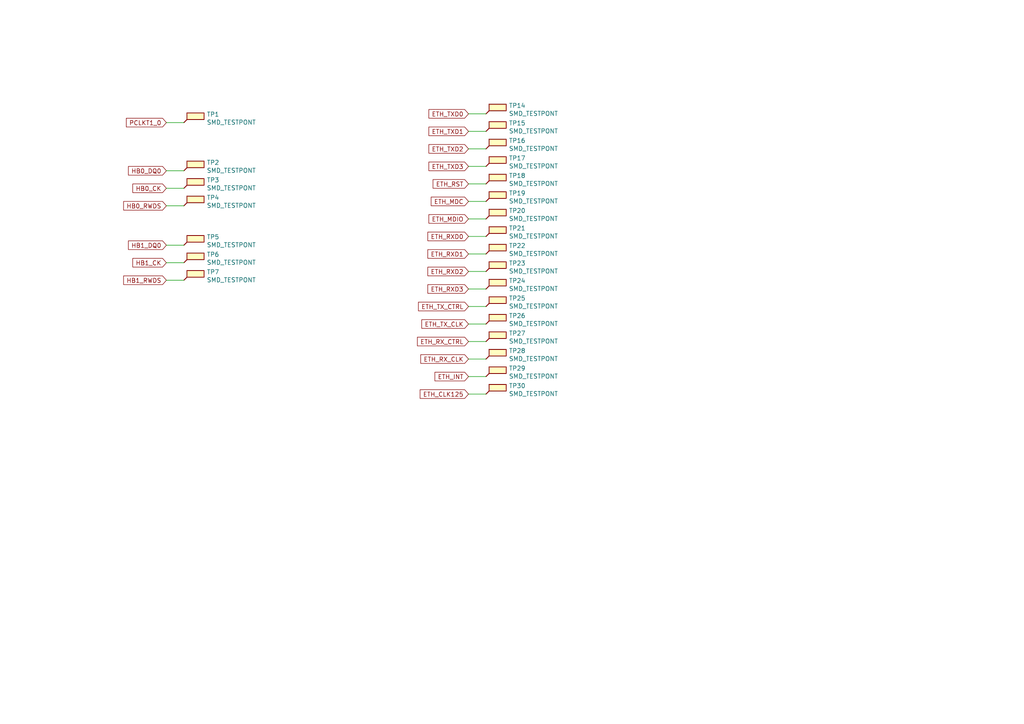
<source format=kicad_sch>
(kicad_sch (version 20200512) (host eeschema "5.99.0-unknown-c8476d6~101~ubuntu18.04.1")
  (page 1 20)
  (paper "A4")
  (title_block (title "ButterStick") (date "2019-06-14") (rev "r0.2") (company "GsD"))
  (lib_symbols
    (symbol "Connector:TestPoint_Flag" (pin_numbers hide) (pin_names (offset 0.762) hide)
      (property "Reference" "TP" (at 3.429 1.778 0))
      (property "Value" "TestPoint_Flag" (at 3.302 4.191 0))
      (symbol "TestPoint_Flag_0_1"
        (rectangle (start 0.889 2.794) (end 5.842 0.889) (stroke (width 0.254)) (fill (type background)))
        (polyline (pts (xy 0 0) (xy 0.889 0.889)) (stroke (width 0.254)))
      )
      (symbol "TestPoint_Flag_1_1"
        (pin passive line (at 0 0 90) (length 0) (name "1") (number "1"))
      )
    )
  )
  (wire (pts (xy 48.26 35.56) (xy 53.34 35.56)))
  (wire (pts (xy 48.26 49.53) (xy 53.34 49.53)))
  (wire (pts (xy 48.26 54.61) (xy 53.34 54.61)))
  (wire (pts (xy 48.26 59.69) (xy 53.34 59.69)))
  (wire (pts (xy 48.26 71.12) (xy 53.34 71.12)))
  (wire (pts (xy 48.26 76.2) (xy 53.34 76.2)))
  (wire (pts (xy 48.26 81.28) (xy 53.34 81.28)))
  (wire (pts (xy 135.89 33.02) (xy 140.97 33.02)))
  (wire (pts (xy 135.89 38.1) (xy 140.97 38.1)))
  (wire (pts (xy 135.89 43.18) (xy 140.97 43.18)))
  (wire (pts (xy 135.89 48.26) (xy 140.97 48.26)))
  (wire (pts (xy 135.89 53.34) (xy 140.97 53.34)))
  (wire (pts (xy 135.89 58.42) (xy 140.97 58.42)))
  (wire (pts (xy 135.89 63.5) (xy 140.97 63.5)))
  (wire (pts (xy 135.89 68.58) (xy 140.97 68.58)))
  (wire (pts (xy 135.89 73.66) (xy 140.97 73.66)))
  (wire (pts (xy 135.89 78.74) (xy 140.97 78.74)))
  (wire (pts (xy 135.89 83.82) (xy 140.97 83.82)))
  (wire (pts (xy 135.89 88.9) (xy 140.97 88.9)))
  (wire (pts (xy 135.89 93.98) (xy 140.97 93.98)))
  (wire (pts (xy 135.89 99.06) (xy 140.97 99.06)))
  (wire (pts (xy 135.89 104.14) (xy 140.97 104.14)))
  (wire (pts (xy 135.89 109.22) (xy 140.97 109.22)))
  (wire (pts (xy 135.89 114.3) (xy 140.97 114.3)))
  (global_label "PCLKT1_0" (shape input) (at 48.26 35.56 180))
  (global_label "HB0_DQ0" (shape input) (at 48.26 49.53 180))
  (global_label "HB0_CK" (shape input) (at 48.26 54.61 180))
  (global_label "HB0_RWDS" (shape input) (at 48.26 59.69 180))
  (global_label "HB1_DQ0" (shape input) (at 48.26 71.12 180))
  (global_label "HB1_CK" (shape input) (at 48.26 76.2 180))
  (global_label "HB1_RWDS" (shape input) (at 48.26 81.28 180))
  (global_label "ETH_TXD0" (shape input) (at 135.89 33.02 180))
  (global_label "ETH_TXD1" (shape input) (at 135.89 38.1 180))
  (global_label "ETH_TXD2" (shape input) (at 135.89 43.18 180))
  (global_label "ETH_TXD3" (shape input) (at 135.89 48.26 180))
  (global_label "ETH_RST" (shape input) (at 135.89 53.34 180))
  (global_label "ETH_MDC" (shape input) (at 135.89 58.42 180))
  (global_label "ETH_MDIO" (shape input) (at 135.89 63.5 180))
  (global_label "ETH_RXD0" (shape input) (at 135.89 68.58 180))
  (global_label "ETH_RXD1" (shape input) (at 135.89 73.66 180))
  (global_label "ETH_RXD2" (shape input) (at 135.89 78.74 180))
  (global_label "ETH_RXD3" (shape input) (at 135.89 83.82 180))
  (global_label "ETH_TX_CTRL" (shape input) (at 135.89 88.9 180))
  (global_label "ETH_TX_CLK" (shape input) (at 135.89 93.98 180))
  (global_label "ETH_RX_CTRL" (shape input) (at 135.89 99.06 180))
  (global_label "ETH_RX_CLK" (shape input) (at 135.89 104.14 180))
  (global_label "ETH_INT" (shape input) (at 135.89 109.22 180))
  (global_label "ETH_CLK125" (shape input) (at 135.89 114.3 180))
  (symbol (lib_id "Connector:TestPoint_Flag") (at 53.34 35.56 0) (unit 1)
    (property "Reference" "TP1" (at 59.944 33.1724 0) (effects (justify left)))
    (property "Value" "SMD_TESTPONT" (at 59.944 35.4838 0) (effects (justify left)))
    (property "Footprint" "TestPoint:TestPoint_Pad_D1.0mm" (effects hide))
    (property "PN" "DNP" (effects hide))
  )
  (symbol (lib_id "Connector:TestPoint_Flag") (at 53.34 49.53 0) (unit 1)
    (property "Reference" "TP2" (at 59.944 47.1424 0) (effects (justify left)))
    (property "Value" "SMD_TESTPONT" (at 59.944 49.4538 0) (effects (justify left)))
    (property "Footprint" "TestPoint:TestPoint_Pad_D1.0mm" (effects hide))
    (property "PN" "DNP" (effects hide))
  )
  (symbol (lib_id "Connector:TestPoint_Flag") (at 53.34 54.61 0) (unit 1)
    (property "Reference" "TP3" (at 59.944 52.2224 0) (effects (justify left)))
    (property "Value" "SMD_TESTPONT" (at 59.944 54.5338 0) (effects (justify left)))
    (property "Footprint" "TestPoint:TestPoint_Pad_D1.0mm" (effects hide))
    (property "PN" "DNP" (effects hide))
  )
  (symbol (lib_id "Connector:TestPoint_Flag") (at 53.34 59.69 0) (unit 1)
    (property "Reference" "TP4" (at 59.944 57.3024 0) (effects (justify left)))
    (property "Value" "SMD_TESTPONT" (at 59.944 59.6138 0) (effects (justify left)))
    (property "Footprint" "TestPoint:TestPoint_Pad_D1.0mm" (effects hide))
    (property "PN" "DNP" (effects hide))
  )
  (symbol (lib_id "Connector:TestPoint_Flag") (at 53.34 71.12 0) (unit 1)
    (property "Reference" "TP5" (at 59.944 68.7324 0) (effects (justify left)))
    (property "Value" "SMD_TESTPONT" (at 59.944 71.0438 0) (effects (justify left)))
    (property "Footprint" "TestPoint:TestPoint_Pad_D1.0mm" (effects hide))
    (property "PN" "DNP" (effects hide))
  )
  (symbol (lib_id "Connector:TestPoint_Flag") (at 53.34 76.2 0) (unit 1)
    (property "Reference" "TP6" (at 59.944 73.8124 0) (effects (justify left)))
    (property "Value" "SMD_TESTPONT" (at 59.944 76.1238 0) (effects (justify left)))
    (property "Footprint" "TestPoint:TestPoint_Pad_D1.0mm" (effects hide))
    (property "PN" "DNP" (effects hide))
  )
  (symbol (lib_id "Connector:TestPoint_Flag") (at 53.34 81.28 0) (unit 1)
    (property "Reference" "TP7" (at 59.944 78.8924 0) (effects (justify left)))
    (property "Value" "SMD_TESTPONT" (at 59.944 81.2038 0) (effects (justify left)))
    (property "Footprint" "TestPoint:TestPoint_Pad_D1.0mm" (effects hide))
    (property "PN" "DNP" (effects hide))
  )
  (symbol (lib_id "Connector:TestPoint_Flag") (at 140.97 33.02 0) (unit 1)
    (property "Reference" "TP14" (at 147.574 30.6324 0) (effects (justify left)))
    (property "Value" "SMD_TESTPONT" (at 147.574 32.9438 0) (effects (justify left)))
    (property "Footprint" "TestPoint:TestPoint_Pad_D1.0mm" (effects hide))
    (property "PN" "DNP" (effects hide))
  )
  (symbol (lib_id "Connector:TestPoint_Flag") (at 140.97 38.1 0) (unit 1)
    (property "Reference" "TP15" (at 147.574 35.7124 0) (effects (justify left)))
    (property "Value" "SMD_TESTPONT" (at 147.574 38.0238 0) (effects (justify left)))
    (property "Footprint" "TestPoint:TestPoint_Pad_D1.0mm" (effects hide))
    (property "PN" "DNP" (effects hide))
  )
  (symbol (lib_id "Connector:TestPoint_Flag") (at 140.97 43.18 0) (unit 1)
    (property "Reference" "TP16" (at 147.574 40.7924 0) (effects (justify left)))
    (property "Value" "SMD_TESTPONT" (at 147.574 43.1038 0) (effects (justify left)))
    (property "Footprint" "TestPoint:TestPoint_Pad_D1.0mm" (effects hide))
    (property "PN" "DNP" (effects hide))
  )
  (symbol (lib_id "Connector:TestPoint_Flag") (at 140.97 48.26 0) (unit 1)
    (property "Reference" "TP17" (at 147.574 45.8724 0) (effects (justify left)))
    (property "Value" "SMD_TESTPONT" (at 147.574 48.1838 0) (effects (justify left)))
    (property "Footprint" "TestPoint:TestPoint_Pad_D1.0mm" (effects hide))
    (property "PN" "DNP" (effects hide))
  )
  (symbol (lib_id "Connector:TestPoint_Flag") (at 140.97 53.34 0) (unit 1)
    (property "Reference" "TP18" (at 147.574 50.9524 0) (effects (justify left)))
    (property "Value" "SMD_TESTPONT" (at 147.574 53.2638 0) (effects (justify left)))
    (property "Footprint" "TestPoint:TestPoint_Pad_D1.0mm" (effects hide))
    (property "PN" "DNP" (effects hide))
  )
  (symbol (lib_id "Connector:TestPoint_Flag") (at 140.97 58.42 0) (unit 1)
    (property "Reference" "TP19" (at 147.574 56.0324 0) (effects (justify left)))
    (property "Value" "SMD_TESTPONT" (at 147.574 58.3438 0) (effects (justify left)))
    (property "Footprint" "TestPoint:TestPoint_Pad_D1.0mm" (effects hide))
    (property "PN" "DNP" (effects hide))
  )
  (symbol (lib_id "Connector:TestPoint_Flag") (at 140.97 63.5 0) (unit 1)
    (property "Reference" "TP20" (at 147.574 61.1124 0) (effects (justify left)))
    (property "Value" "SMD_TESTPONT" (at 147.574 63.4238 0) (effects (justify left)))
    (property "Footprint" "TestPoint:TestPoint_Pad_D1.0mm" (effects hide))
    (property "PN" "DNP" (effects hide))
  )
  (symbol (lib_id "Connector:TestPoint_Flag") (at 140.97 68.58 0) (unit 1)
    (property "Reference" "TP21" (at 147.574 66.1924 0) (effects (justify left)))
    (property "Value" "SMD_TESTPONT" (at 147.574 68.5038 0) (effects (justify left)))
    (property "Footprint" "TestPoint:TestPoint_Pad_D1.0mm" (effects hide))
    (property "PN" "DNP" (effects hide))
  )
  (symbol (lib_id "Connector:TestPoint_Flag") (at 140.97 73.66 0) (unit 1)
    (property "Reference" "TP22" (at 147.574 71.2724 0) (effects (justify left)))
    (property "Value" "SMD_TESTPONT" (at 147.574 73.5838 0) (effects (justify left)))
    (property "Footprint" "TestPoint:TestPoint_Pad_D1.0mm" (effects hide))
    (property "PN" "DNP" (effects hide))
  )
  (symbol (lib_id "Connector:TestPoint_Flag") (at 140.97 78.74 0) (unit 1)
    (property "Reference" "TP23" (at 147.574 76.3524 0) (effects (justify left)))
    (property "Value" "SMD_TESTPONT" (at 147.574 78.6638 0) (effects (justify left)))
    (property "Footprint" "TestPoint:TestPoint_Pad_D1.0mm" (effects hide))
    (property "PN" "DNP" (effects hide))
  )
  (symbol (lib_id "Connector:TestPoint_Flag") (at 140.97 83.82 0) (unit 1)
    (property "Reference" "TP24" (at 147.574 81.4324 0) (effects (justify left)))
    (property "Value" "SMD_TESTPONT" (at 147.574 83.7438 0) (effects (justify left)))
    (property "Footprint" "TestPoint:TestPoint_Pad_D1.0mm" (effects hide))
    (property "PN" "DNP" (effects hide))
  )
  (symbol (lib_id "Connector:TestPoint_Flag") (at 140.97 88.9 0) (unit 1)
    (property "Reference" "TP25" (at 147.574 86.5124 0) (effects (justify left)))
    (property "Value" "SMD_TESTPONT" (at 147.574 88.8238 0) (effects (justify left)))
    (property "Footprint" "TestPoint:TestPoint_Pad_D1.0mm" (effects hide))
    (property "PN" "DNP" (effects hide))
  )
  (symbol (lib_id "Connector:TestPoint_Flag") (at 140.97 93.98 0) (unit 1)
    (property "Reference" "TP26" (at 147.574 91.5924 0) (effects (justify left)))
    (property "Value" "SMD_TESTPONT" (at 147.574 93.9038 0) (effects (justify left)))
    (property "Footprint" "TestPoint:TestPoint_Pad_D1.0mm" (effects hide))
    (property "PN" "DNP" (effects hide))
  )
  (symbol (lib_id "Connector:TestPoint_Flag") (at 140.97 99.06 0) (unit 1)
    (property "Reference" "TP27" (at 147.574 96.6724 0) (effects (justify left)))
    (property "Value" "SMD_TESTPONT" (at 147.574 98.9838 0) (effects (justify left)))
    (property "Footprint" "TestPoint:TestPoint_Pad_D1.0mm" (effects hide))
    (property "PN" "DNP" (effects hide))
  )
  (symbol (lib_id "Connector:TestPoint_Flag") (at 140.97 104.14 0) (unit 1)
    (property "Reference" "TP28" (at 147.574 101.7524 0) (effects (justify left)))
    (property "Value" "SMD_TESTPONT" (at 147.574 104.0638 0) (effects (justify left)))
    (property "Footprint" "TestPoint:TestPoint_Pad_D1.0mm" (effects hide))
    (property "PN" "DNP" (effects hide))
  )
  (symbol (lib_id "Connector:TestPoint_Flag") (at 140.97 109.22 0) (unit 1)
    (property "Reference" "TP29" (at 147.574 106.8324 0) (effects (justify left)))
    (property "Value" "SMD_TESTPONT" (at 147.574 109.1438 0) (effects (justify left)))
    (property "Footprint" "TestPoint:TestPoint_Pad_D1.0mm" (effects hide))
    (property "PN" "DNP" (effects hide))
  )
  (symbol (lib_id "Connector:TestPoint_Flag") (at 140.97 114.3 0) (unit 1)
    (property "Reference" "TP30" (at 147.574 111.9124 0) (effects (justify left)))
    (property "Value" "SMD_TESTPONT" (at 147.574 114.2238 0) (effects (justify left)))
    (property "Footprint" "TestPoint:TestPoint_Pad_D1.0mm" (effects hide))
    (property "PN" "DNP" (effects hide))
  )
)
</source>
